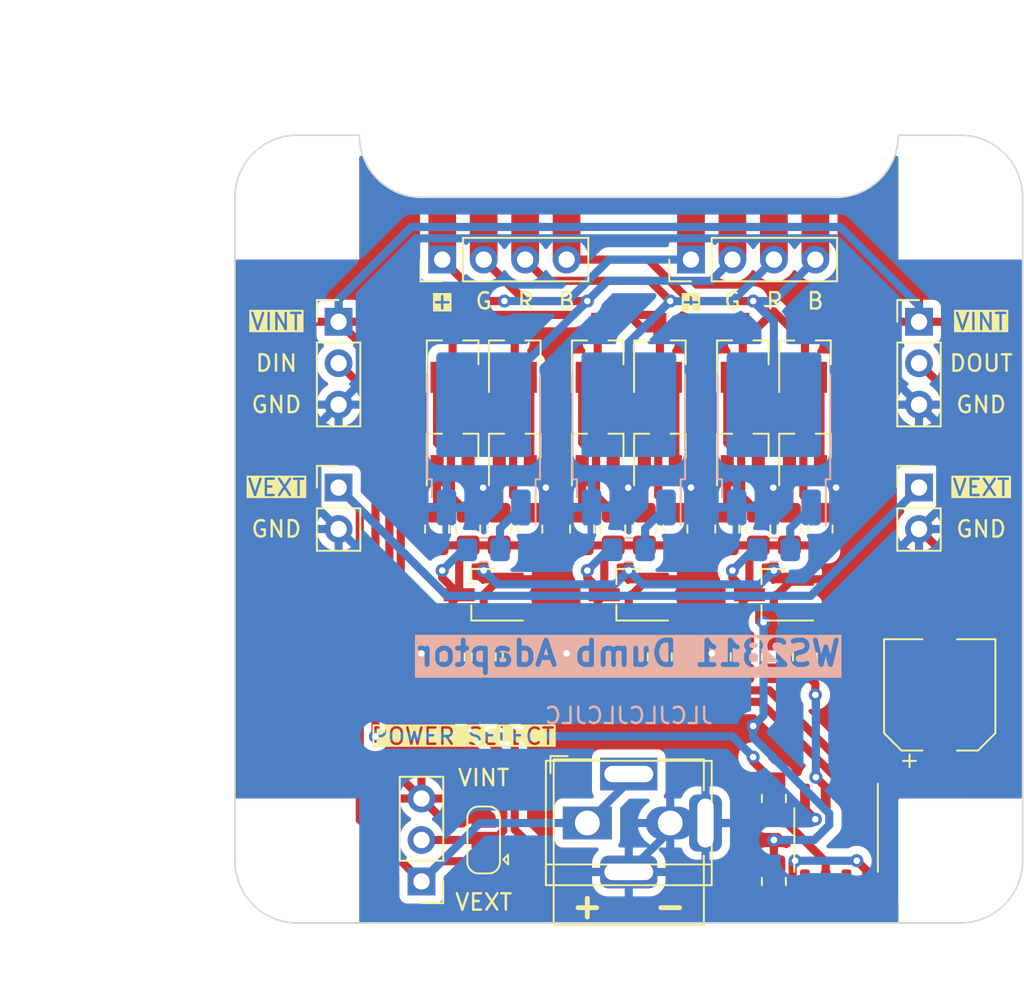
<source format=kicad_pcb>
(kicad_pcb (version 20221018) (generator pcbnew)
  (layers (0 "F.Cu" signal) (31 "B.Cu" signal) (34 "B.Paste" user) (35 "F.Paste" user) (36 "B.SilkS" user "B.Silkscreen") (37 "F.SilkS" user "F.Silkscreen") (38 "B.Mask" user) (39 "F.Mask" user) (44 "Edge.Cuts" user))
  (net 0 "")
  (net 1 "/VDD")
  (net 2 "GND")
  (net 3 "VCC")
  (net 4 "/DIN")
  (net 5 "/DOUT")
  (net 6 "/VSTRIP")
  (net 7 "Net-(Q1-G)")
  (net 8 "/OUTR")
  (net 9 "/OUTG")
  (net 10 "/OUTB")
  (net 11 "Net-(Q4-C)")
  (net 12 "Net-(U1-DIN)")
  (net 14 "Net-(Q8-G)")
  (net 15 "Net-(Q9-G)")
  (net 16 "Net-(Q10-G)")
  (net 17 "Net-(Q11-G)")
  (net 18 "Net-(Q12-G)")
  (net 19 "/STRIPR")
  (net 20 "/STRIPG")
  (net 21 "/STRIPB")
  (net 22 "Net-(Q13-G)")
  (net 23 "Net-(Q14-G)")
  (net 24 "Net-(Q15-G)")
  (net 25 "Net-(Q3-G)")
  (net 26 "Net-(Q7-G)")
  (net 27 "Net-(Q2-G)")
  (net 28 "Net-(Q4-B)")
  (net 29 "Net-(Q5-B)")
  (net 30 "Net-(Q5-C)")
  (net 31 "Net-(Q6-B)")
  (net 32 "Net-(Q6-C)")
  (net 33 "Net-(Q16-G)")
  (net 34 "Net-(Q17-G)")
  (net 35 "Net-(Q18-G)")
  (net 36 "Net-(#FLG03-pwr)")
  (footprint "Resistor_SMD:R_0805_2012Metric_Pad1.20x1.40mm_HandSolder" (layer "F.Cu") (at 71.755 90.3845 90)
    (fp_text reference "R17" hide)
    (fp_text value "1000R" hide)
  )
  (footprint "Connector_PinHeader_2.54mm:PinHeader_1x02_P2.54mm_Vertical" (layer "F.Cu") (at 87.63 80.01)
    (fp_text reference "J6" hide)
    (fp_text value "Conn_01x02" hide)
  )
  (footprint "Resistor_SMD:R_0805_2012Metric_Pad1.20x1.40mm_HandSolder" (layer "F.Cu") (at 68.8975 82.55 90)
    (fp_text reference "R18" hide)
    (fp_text value "1000R" hide)
  )
  (footprint "Connector_BarrelJack:BarrelJack_Horizontal" (layer "F.Cu") (at 69.85 97.56 90)
    (fp_text reference "J8" hide)
    (fp_text value "Barrel_Jack_Switch" hide)
  )
  (footprint "Package_TO_SOT_SMD:SOT-23_Handsoldering" (layer "F.Cu") (at 62.865 71.755 90)
    (fp_text reference "Q10" hide)
    (fp_text value "2N7002K" hide)
  )
  (footprint "Resistor_SMD:R_0805_2012Metric_Pad1.20x1.40mm_HandSolder" (layer "F.Cu") (at 72.7075 82.55 90)
    (fp_text reference "R21" hide)
    (fp_text value "1000R" hide)
  )
  (footprint "Custom:PinHeader_1x04_P2.54mm_Vertical_or_Horizontal" (layer "F.Cu") (at 58.42 66.04 90)
    (fp_text reference "J2" hide)
    (fp_text value "Conn_01x04" hide)
  )
  (footprint "Resistor_SMD:R_0805_2012Metric_Pad1.20x1.40mm_HandSolder" (layer "F.Cu") (at 81.5975 82.55 90)
    (fp_text reference "R29" hide)
    (fp_text value "1000R" hide)
  )
  (footprint "Resistor_SMD:R_0805_2012Metric_Pad1.20x1.40mm_HandSolder" (layer "F.Cu") (at 78.74 90.3845 90)
    (fp_text reference "R8" hide)
    (fp_text value "10K" hide)
  )
  (footprint "TerminalBlock:TerminalBlock_bornier-2_P5.08mm" (layer "F.Cu") (at 67.31 100.56)
    (fp_text reference "J7" hide)
    (fp_text value "Screw_Terminal_01x02" hide)
  )
  (footprint "Package_TO_SOT_SMD:SOT-23_Handsoldering" (layer "F.Cu") (at 62.865 77.47 90)
    (fp_text reference "Q16" hide)
    (fp_text value "2N7002K" hide)
  )
  (footprint "Resistor_SMD:R_0805_2012Metric_Pad1.20x1.40mm_HandSolder" (layer "F.Cu") (at 58.1025 82.55 90)
    (fp_text reference "R22" hide)
    (fp_text value "1000R" hide)
  )
  (footprint "Resistor_SMD:R_0805_2012Metric_Pad1.20x1.40mm_HandSolder" (layer "F.Cu") (at 80.645 90.3845 90)
    (fp_text reference "R14" hide)
    (fp_text value "1000R" hide)
  )
  (footprint "Resistor_SMD:R_0805_2012Metric_Pad1.20x1.40mm_HandSolder" (layer "F.Cu") (at 66.9925 82.55 90)
    (fp_text reference "R19" hide)
    (fp_text value "1000R" hide)
  )
  (footprint "Resistor_SMD:R_0805_2012Metric_Pad1.20x1.40mm_HandSolder" (layer "F.Cu") (at 70.8025 82.55 90)
    (fp_text reference "R20" hide)
    (fp_text value "1000R" hide)
  )
  (footprint "Resistor_SMD:R_0805_2012Metric_Pad1.20x1.40mm_HandSolder" (layer "F.Cu") (at 60.0075 82.55 90)
    (fp_text reference "R23" hide)
    (fp_text value "1000R" hide)
  )
  (footprint "Package_TO_SOT_SMD:SOT-23_Handsoldering" (layer "F.Cu") (at 71.755 77.47 90)
    (fp_text reference "Q14" hide)
    (fp_text value "2N7002K" hide)
  )
  (footprint "Package_TO_SOT_SMD:SOT-23_Handsoldering" (layer "F.Cu") (at 67.945 71.755 90)
    (fp_text reference "Q7" hide)
    (fp_text value "2N7002K" hide)
  )
  (footprint "Resistor_SMD:R_0805_2012Metric_Pad1.20x1.40mm_HandSolder" (layer "F.Cu") (at 79.6925 82.55 90)
    (fp_text reference "R28" hide)
    (fp_text value "1000R" hide)
  )
  (footprint "Package_TO_SOT_SMD:SOT-23_Handsoldering" (layer "F.Cu") (at 69.85 86.5745 180)
    (fp_text reference "Q6" hide)
    (fp_text value "2TY" hide)
  )
  (footprint "Package_TO_SOT_SMD:SOT-23_Handsoldering" (layer "F.Cu") (at 80.645 77.47 90)
    (fp_text reference "Q18" hide)
    (fp_text value "2N7002K" hide)
  )
  (footprint "Resistor_SMD:R_0805_2012Metric_Pad1.20x1.40mm_HandSolder" (layer "F.Cu") (at 67.945 90.3845 90)
    (fp_text reference "R12" hide)
    (fp_text value "10K" hide)
  )
  (footprint "MountingHole:MountingHole_3.2mm_M3" (layer "F.Cu") (at 90.17 62.23)
    (fp_text reference "REF**" hide)
    (fp_text value "MountingHole_3.2mm_M3" hide)
  )
  (footprint "Resistor_SMD:R_0805_2012Metric_Pad1.20x1.40mm_HandSolder" (layer "F.Cu") (at 76.835 90.3845 90)
    (fp_text reference "R9" hide)
    (fp_text value "10K" hide)
  )
  (footprint "Resistor_SMD:R_0805_2012Metric_Pad1.20x1.40mm_HandSolder" (layer "F.Cu") (at 60.96 90.3845 90)
    (fp_text reference "R15" hide)
    (fp_text value "10K" hide)
  )
  (footprint "Jumper:SolderJumper-3_P1.3mm_Open_RoundedPad1.0x1.5mm" (layer "F.Cu") (at 60.96 101.6 90)
    (fp_text reference "JP5" hide)
    (fp_text value "SolderJumper_3_Open" hide)
  )
  (footprint "MountingHole:MountingHole_3.2mm_M3" (layer "F.Cu") (at 90.17 102.87)
    (fp_text reference "REF**" hide)
    (fp_text value "MountingHole_3.2mm_M3" hide)
  )
  (footprint "Connector_PinHeader_2.54mm:PinHeader_1x03_P2.54mm_Vertical" (layer "F.Cu") (at 87.63 69.85)
    (fp_text reference "J4" hide)
    (fp_text value "Conn_01x03" hide)
  )
  (footprint "Resistor_SMD:R_0805_2012Metric_Pad1.20x1.40mm_HandSolder" (layer "F.Cu") (at 77.7875 82.55 90)
    (fp_text reference "R26" hide)
    (fp_text value "1000R" hide)
  )
  (footprint "Connector_PinHeader_2.54mm:PinHeader_1x03_P2.54mm_Vertical" (layer "F.Cu") (at 57.15 104.14 180)
    (fp_text reference "JP4" hide)
    (fp_text value "Jumper_3_Open" hide)
  )
  (footprint "Resistor_SMD:R_0805_2012Metric_Pad1.20x1.40mm_HandSolder" (layer "F.Cu") (at 78.739999 104.139999 90)
    (fp_text reference "R13" hide)
    (fp_text value "100R" hide)
  )
  (footprint "Resistor_SMD:R_0805_2012Metric_Pad1.20x1.40mm_HandSolder" (layer "F.Cu") (at 59.055 90.3845 90)
    (fp_text reference "R16" hide)
    (fp_text value "10K" hide)
  )
  (footprint "Package_TO_SOT_SMD:SOT-23_Handsoldering" (layer "F.Cu") (at 59.055 71.755 90)
    (fp_text reference "Q9" hide)
    (fp_text value "2N7002K" hide)
  )
  (footprint "Resistor_SMD:R_0805_2012Metric_Pad1.20x1.40mm_HandSolder" (layer "F.Cu") (at 78.74 99.06 90)
    (fp_text reference "R7" hide)
    (fp_text value "33R" hide)
  )
  (footprint "Resistor_SMD:R_0805_2012Metric_Pad1.20x1.40mm_HandSolder" (layer "F.Cu") (at 63.8175 82.55 90)
    (fp_text reference "R25" hide)
    (fp_text value "1000R" hide)
  )
  (footprint "Package_TO_SOT_SMD:SOT-23_Handsoldering" (layer "F.Cu") (at 67.945 77.47 90)
    (fp_text reference "Q13" hide)
    (fp_text value "2N7002K" hide)
  )
  (footprint "MountingHole:MountingHole_3.2mm_M3" (layer "F.Cu") (at 49.53 102.87)
    (fp_text reference "REF**" hide)
    (fp_text value "MountingHole_3.2mm_M3" hide)
  )
  (footprint "Capacitor_SMD:CP_Elec_6.3x5.4" (layer "F.Cu") (at 88.9 92.71 90)
    (fp_text reference "C1" hide)
    (fp_text value "100uF" hide)
  )
  (footprint "Resistor_SMD:R_0805_2012Metric_Pad1.20x1.40mm_HandSolder" (layer "F.Cu") (at 62.865 90.3845 90)
    (fp_text reference "R10" hide)
    (fp_text value "1000R" hide)
  )
  (footprint "Package_TO_SOT_SMD:SOT-23_Handsoldering" (layer "F.Cu") (at 80.645 71.755 90)
    (fp_text reference "Q12" hide)
    (fp_text value "2N7002K" hide)
  )
  (footprint "Package_TO_SOT_SMD:SOT-23_Handsoldering" (layer "F.Cu") (at 60.96 86.5745 180)
    (fp_text reference "Q5" hide)
    (fp_text value "2TY" hide)
  )
  (footprint "Package_TO_SOT_SMD:SOT-23_Handsoldering" (layer "F.Cu") (at 71.755 71.755 90)
    (fp_text reference "Q8" hide)
    (fp_text value "2N7002K" hide)
  )
  (footprint "Package_TO_SOT_SMD:SOT-23_Handsoldering" (layer "F.Cu") (at 76.835 77.47 90)
    (fp_text reference "Q17" hide)
    (fp_text value "2N7002K" hide)
  )
  (footprint "Resistor_SMD:R_0805_2012Metric_Pad1.20x1.40mm_HandSolder" (layer "F.Cu") (at 69.85 90.3845 90)
    (fp_text reference "R11" hide)
    (fp_text value "10K" hide)
  )
  (footprint "Connector_PinHeader_2.54mm:PinHeader_1x02_P2.54mm_Vertical" (layer "F.Cu") (at 52.07 80.01)
    (fp_text reference "J5" hide)
    (fp_text value "Conn_01x02" hide)
  )
  (footprint "Resistor_SMD:R_0805_2012Metric_Pad1.20x1.40mm_HandSolder" (layer "F.Cu") (at 75.8825 82.55 90)
    (fp_text reference "R27" hide)
    (fp_text value "1000R" hide)
  )
  (footprint "Resistor_SMD:R_0805_2012Metric_Pad1.20x1.40mm_HandSolder" (layer "F.Cu") (at 61.9125 82.55 90)
    (fp_text reference "R24" hide)
    (fp_text value "1000R" hide)
  )
  (footprint "Package_SO:SOP-8_3.9x4.9mm_P1.27mm" (layer "F.Cu") (at 82.55 101.6 -90)
    (fp_text reference "U1" hide)
    (fp_text value "~" hide)
  )
  (footprint "Connector_PinHeader_2.54mm:PinHeader_1x03_P2.54mm_Vertical" (layer "F.Cu") (at 52.07 69.85)
    (fp_text reference "J3" hide)
    (fp_text value "Conn_01x03" hide)
  )
  (footprint "Package_TO_SOT_SMD:SOT-23_Handsoldering" (layer "F.Cu") (at 78.74 86.5745 180)
    (fp_text reference "Q4" hide)
    (fp_text value "2TY" hide)
  )
  (footprint "Custom:PinHeader_1x04_P2.54mm_Vertical_or_Horizontal" (layer "F.Cu") (at 73.66 66.04 90)
    (fp_text reference "J1" hide)
    (fp_text value "Conn_01x04" hide)
  )
  (footprint "Package_TO_SOT_SMD:SOT-23_Handsoldering" (layer "F.Cu") (at 76.835 71.755 90)
    (fp_text reference "Q11" hide)
    (fp_text value "2N7002K" hide)
  )
  (footprint "Package_TO_SOT_SMD:SOT-23_Handsoldering" (layer "F.Cu") (at 59.055 77.47 90)
    (fp_text reference "Q15" hide)
    (fp_text value "2N7002K" hide)
  )
  (footprint "MountingHole:MountingHole_3.2mm_M3" (layer "F.Cu") (at 49.53 62.23)
    (fp_text reference "REF**" hide)
    (fp_text value "MountingHole_3.2mm_M3" hide)
  )
  (footprint "Resistor_SMD:R_0805_2012Metric_Pad1.20x1.40mm_HandSolder" (layer "B.Cu") (at 78.74 83.82)
    (fp_text reference "R4" hide)
    (fp_text value "1000R" hide)
  )
  (footprint "Package_TO_SOT_SMD:TO-252-2" (layer "B.Cu") (at 78.74 76.19 90)
    (fp_text reference "Q1" hide)
    (fp_text value "N-CHANNEL POWER MOSFET" hide)
  )
  (footprint "Package_TO_SOT_SMD:TO-252-2" (layer "B.Cu") (at 69.85 76.19 90)
    (fp_text reference "Q3" hide)
    (fp_text value "N-CHANNEL POWER MOSFET" hide)
  )
  (footprint "Resistor_SMD:R_0805_2012Metric_Pad1.20x1.40mm_HandSolder" (layer "B.Cu") (at 60.96 83.82)
    (fp_text reference "R5" hide)
    (fp_text value "1000R" hide)
  )
  (footprint "Resistor_SMD:R_0805_2012Metric_Pad1.20x1.40mm_HandSolder" (layer "B.Cu") (at 69.85 83.82)
    (fp_text reference "R6" hide)
    (fp_text value "1000R" hide)
  )
  (footprint "Package_TO_SOT_SMD:TO-252-2" (layer "B.Cu") (at 60.96 76.19 90)
    (fp_text reference "Q2" hide)
    (fp_text value "N-CHANNEL POWER MOSFET" hide)
  )
  (gr_arc (start 57.15 62.23) (mid 54.455923 61.114077) (end 53.34 58.42) (stroke (width 0.1)) (layer "Edge.Cuts"))
  (gr_arc (start 90.17 58.42) (mid 92.864077 59.535923) (end 93.98 62.23) (stroke (width 0.1)) (layer "Edge.Cuts"))
  (gr_line (start 57.15 62.23) (end 82.55 62.23) (stroke (width 0.1)) (layer "Edge.Cuts"))
  (gr_arc (start 45.72 62.23) (mid 46.835923 59.535923) (end 49.53 58.42) (stroke (width 0.1)) (layer "Edge.Cuts"))
  (gr_arc (start 86.36 58.42) (mid 85.244077 61.114077) (end 82.55 62.23) (stroke (width 0.1)) (layer "Edge.Cuts"))
  (gr_line (start 93.98 62.23) (end 93.98 102.87) (stroke (width 0.1)) (layer "Edge.Cuts"))
  (gr_line (start 49.53 58.42) (end 53.34 58.42) (stroke (width 0.1)) (layer "Edge.Cuts"))
  (gr_line (start 45.72 102.87) (end 45.72 62.23) (stroke (width 0.1)) (layer "Edge.Cuts"))
  (gr_arc (start 93.98 102.87) (mid 92.864077 105.564077) (end 90.17 106.68) (stroke (width 0.1)) (layer "Edge.Cuts"))
  (gr_arc (start 49.53 106.68) (mid 46.835923 105.564077) (end 45.72 102.87) (stroke (width 0.1)) (layer "Edge.Cuts"))
  (gr_line (start 86.36 58.42) (end 90.17 58.42) (stroke (width 0.1)) (layer "Edge.Cuts"))
  (gr_line (start 90.17 106.68) (end 49.53 106.68) (stroke (width 0.1)) (layer "Edge.Cuts"))
  (gr_text "JLCJLCJLCJLC" (at 69.85 93.98) (layer "B.SilkS") (effects (font (size 1 1)) (justify mirror)))
  (gr_text "WS2811 Dumb Adaptor" (at 69.85 90.17) (layer "B.SilkS" knockout) (effects (font (size 1.5 1.5) (thickness 0.3)) (justify mirror)))
  (gr_text "GND" (at 48.26 74.93) (layer "F.SilkS") (effects (font (size 1 1))))
  (gr_text "GND" (at 91.44 82.55) (layer "F.SilkS") (effects (font (size 1 1))))
  (gr_text "R" (at 78.78 68.58) (layer "F.SilkS") (effects (font (size 1 1))))
  (gr_text "VEXT" (at 91.44 80.01) (layer "F.SilkS" knockout) (effects (font (size 1 1))))
  (gr_text "+" (at 73.66 68.58) (layer "F.SilkS" knockout) (effects (font (size 1 1))))
  (gr_text "+" (at 58.42 68.58) (layer "F.SilkS" knockout) (effects (font (size 1 1))))
  (gr_text "B" (at 66.04 68.58) (layer "F.SilkS") (effects (font (size 1 1))))
  (gr_text "DOUT" (at 91.44 72.39) (layer "F.SilkS") (effects (font (size 1 1))))
  (gr_text "VEXT" (at 60.96 105.41) (layer "F.SilkS") (effects (font (size 1 1))))
  (gr_text "VINT" (at 60.959997 97.79) (layer "F.SilkS") (effects (font (size 1 1))))
  (gr_text "GND" (at 91.44 74.93) (layer "F.SilkS") (effects (font (size 1 1))))
  (gr_text "GND" (at 48.26 82.55) (layer "F.SilkS") (effects (font (size 1 1))))
  (gr_text "VINT" (at 48.26 69.85) (layer "F.SilkS" knockout) (effects (font (size 1 1))))
  (gr_text "DIN" (at 48.26 72.39) (layer "F.SilkS") (effects (font (size 1 1))))
  (gr_text "B" (at 81.28 68.58) (layer "F.SilkS") (effects (font (size 1 1))))
  (gr_text "-" (at 72.39 105.64) (layer "F.SilkS") (effects (font (size 1.5 1.5) (thickness 0.3) bold)))
  (gr_text "VINT" (at 91.44 69.85) (layer "F.SilkS" knockout) (effects (font (size 1 1))))
  (gr_text "R" (at 63.54 68.58) (layer "F.SilkS") (effects (font (size 1 1))))
  (gr_text "POWER SELECT" (at 59.69 95.25) (layer "F.SilkS" knockout) (effects (font (size 1 1))))
  (gr_text "VEXT" (at 48.26 80.01) (layer "F.SilkS" knockout) (effects (font (size 1 1))))
  (gr_text "+" (at 67.309999 105.64) (layer "F.SilkS") (effects (font (size 1.5 1.5) (thickness 0.3) bold)))
  (gr_text "G" (at 60.96 68.58) (layer "F.SilkS") (effects (font (size 1 1))))
  (gr_text "G" (at 76.2 68.58) (layer "F.SilkS") (effects (font (size 1 1))))
  (segment (start 61.4945 85.6245) (end 60.96 85.09) (width 0.5) (layer "F.Cu") (net 1))
  (segment (start 69.85 86.7745) (end 71 85.6245) (width 0.5) (layer "F.Cu") (net 1))
  (segment (start 70.3845 85.6245) (end 69.85 85.09) (width 0.5) (layer "F.Cu") (net 1))
  (segment (start 79.89 85.6245) (end 80.24 85.6245) (width 0.5) (layer "F.Cu") (net 1))
  (segment (start 60.96 86.5745) (end 61.91 85.6245) (width 0.5) (layer "F.Cu") (net 1))
  (segment (start 62.46 85.6245) (end 61.4945 85.6245) (width 0.5) (layer "F.Cu") (net 1))
  (segment (start 71.35 85.6245) (end 70.3845 85.6245) (width 0.5) (layer "F.Cu") (net 1))
  (segment (start 60.96 100.3) (end 58.39 100.3) (width 0.5) (layer "F.Cu") (net 1))
  (segment (start 78.74 101.6) (end 78.74 103.139998) (width 0.5) (layer "F.Cu") (net 1))
  (segment (start 57.15 99.06) (end 55.18 97.09) (width 0.5) (layer "F.Cu") (net 1))
  (segment (start 71 85.6245) (end 71.35 85.6245) (width 0.5) (layer "F.Cu") (net 1))
  (segment (start 78.74 89.3845) (end 78.74 86.7745) (width 0.5) (layer "F.Cu") (net 1))
  (segment (start 55.18 72.96) (end 52.07 69.85) (width 0.5) (layer "F.Cu") (net 1))
  (segment (start 55.18 97.09) (end 55.18 72.96) (width 0.5) (layer "F.Cu") (net 1))
  (segment (start 78.74 89.3845) (end 78.74 88.9) (width 0.5) (layer "F.Cu") (net 1))
  (segment (start 78.74 86.7745) (end 79.89 85.6245) (width 0.5) (layer "F.Cu") (net 1))
  (segment (start 79.2745 85.6245) (end 78.74 85.09) (width 0.5) (layer "F.Cu") (net 1))
  (segment (start 78.74 88.9) (end 78.105 88.265) (width 0.5) (layer "F.Cu") (net 1))
  (segment (start 78.74 103.139998) (end 78.739999 103.139999) (width 0.5) (layer "F.Cu") (net 1))
  (segment (start 69.85 89.3845) (end 69.85 86.7745) (width 0.5) (layer "F.Cu") (net 1))
  (segment (start 61.91 85.6245) (end 62.46 85.6245) (width 0.5) (layer "F.Cu") (net 1))
  (segment (start 80.24 85.6245) (end 79.2745 85.6245) (width 0.5) (layer "F.Cu") (net 1))
  (segment (start 60.96 89.3845) (end 60.96 86.5745) (width 0.5) (layer "F.Cu") (net 1))
  (segment (start 58.39 100.3) (end 57.15 99.06) (width 0.5) (layer "F.Cu") (net 1))
  (via (at 69.85 85.09) (size 0.8) (drill 0.4) (layers "F.Cu" "B.Cu") (net 1))
  (via (at 60.96 85.09) (size 0.8) (drill 0.4) (layers "F.Cu" "B.Cu") (net 1))
  (via (at 77.47 94.615) (size 0.8) (drill 0.4) (layers "F.Cu" "B.Cu") (net 1))
  (via (at 78.74 101.6) (size 0.8) (drill 0.4) (layers "F.Cu" "B.Cu") (net 1))
  (via (at 78.74 85.09) (size 0.8) (drill 0.4) (layers "F.Cu" "B.Cu") (net 1))
  (via (at 78.105 88.265) (size 0.8) (drill 0.4) (layers "F.Cu" "B.Cu") (net 1))
  (segment (start 78.105 93.98) (end 77.47 94.615) (width 0.5) (layer "B.Cu") (net 1))
  (segment (start 52.07 68.5) (end 56.53 64.04) (width 0.5) (layer "B.Cu") (net 1))
  (segment (start 82.80995 64.04) (end 87.63 68.86005) (width 0.5) (layer "B.Cu") (net 1))
  (segment (start 77.47 94.615) (end 77.47 95.317918) (width 0.5) (layer "B.Cu") (net 1))
  (segment (start 69.85 85.09) (end 69 85.94) (width 0.5) (layer "B.Cu") (net 1))
  (segment (start 77.47 95.317918) (end 82.13 99.977918) (width 0.5) (layer "B.Cu") (net 1))
  (segment (start 56.53 64.04) (end 82.80995 64.04) (width 0.5) (layer "B.Cu") (net 1))
  (segment (start 82.13 99.977918) (end 82.13 100.682082) (width 0.5) (layer "B.Cu") (net 1))
  (segment (start 78.74 85.09) (end 77.89 85.94) (width 0.5) (layer "B.Cu") (net 1))
  (segment (start 81.212082 101.6) (end 78.74 101.6) (width 0.5) (layer "B.Cu") (net 1))
  (segment (start 77.89 85.94) (end 70.7 85.94) (width 0.5) (layer "B.Cu") (net 1))
  (segment (start 52.07 69.85) (end 52.07 68.5) (width 0.5) (layer "B.Cu") (net 1))
  (segment (start 61.81 85.94) (end 60.96 85.09) (width 0.5) (layer "B.Cu") (net 1))
  (segment (start 87.63 68.86005) (end 87.63 69.85) (width 0.5) (layer "B.Cu") (net 1))
  (segment (start 82.13 100.682082) (end 81.212082 101.6) (width 0.5) (layer "B.Cu") (net 1))
  (segment (start 78.105 88.265) (end 78.105 93.98) (width 0.5) (layer "B.Cu") (net 1))
  (segment (start 70.7 85.94) (end 69.85 85.09) (width 0.5) (layer "B.Cu") (net 1))
  (segment (start 69 85.94) (end 61.81 85.94) (width 0.5) (layer "B.Cu") (net 1))
  (segment (start 62.86 100.96) (end 62.86 95.1895) (width 0.5) (layer "F.Cu") (net 2))
  (segment (start 60.005 78.97) (end 60.005 73.255) (width 0.5) (layer "F.Cu") (net 2))
  (segment (start 77.785 78.97) (end 77.785 73.255) (width 0.5) (layer "F.Cu") (net 2))
  (segment (start 78.703228 79.888228) (end 77.785 78.97) (width 0.5) (layer "F.Cu") (net 2))
  (segment (start 69.813228 80.015963) (end 69.813228 79.888228) (width 0.5) (layer "F.Cu") (net 2))
  (segment (start 69.813228 79.888228) (end 68.895 78.97) (width 0.5) (layer "F.Cu") (net 2))
  (segment (start 60.923228 80.015963) (end 60.923228 79.888228) (width 0.5) (layer "F.Cu") (net 2))
  (segment (start 68.895 73.255) (end 68.895 78.97) (width 0.5) (layer "F.Cu") (net 2))
  (segment (start 72.705 73.255) (end 72.705 78.97) (width 0.5) (layer "F.Cu") (net 2))
  (segment (start 69.85 103.56) (end 65.46 103.56) (width 0.5) (layer "F.Cu") (net 2))
  (segment (start 62.86 95.1895) (end 59.055 91.3845) (width 0.5) (layer "F.Cu") (net 2))
  (segment (start 88.9 83.82) (end 87.63 82.55) (width 0.5) (layer "F.Cu") (net 2))
  (segment (start 81.28 100.33) (end 80.645 99.695) (width 0.5) (layer "F.Cu") (net 2))
  (segment (start 74.93 90.17) (end 75.6205 90.17) (width 0.5) (layer "F.Cu") (net 2))
  (segment (start 63.815 78.97) (end 63.815 79.055) (width 0.5) (layer "F.Cu") (net 2))
  (segment (start 63.815 79.055) (end 64.77 80.01) (width 0.5) (layer "F.Cu") (net 2))
  (segment (start 58.3645 91.3845) (end 57.15 90.17) (width 0.5) (layer "F.Cu") (net 2))
  (segment (start 81.595 78.97) (end 81.595 73.255) (width 0.5) (layer "F.Cu") (net 2))
  (segment (start 59.055 91.3845) (end 58.3645 91.3845) (width 0.5) (layer "F.Cu") (net 2))
  (segment (start 66.04 90.17) (end 66.7305 90.17) (width 0.5) (layer "F.Cu") (net 2))
  (segment (start 78.703228 80.015963) (end 78.703228 79.888228) (width 0.5) (layer "F.Cu") (net 2))
  (segment (start 63.815 78.97) (end 63.815 73.255) (width 0.5) (layer "F.Cu") (net 2))
  (segment (start 72.705 79.055) (end 73.66 80.01) (width 0.5) (layer "F.Cu") (net 2))
  (segment (start 60.923228 79.888228) (end 60.005 78.97) (width 0.5) (layer "F.Cu") (net 2))
  (segment (start 80.645 99.695) (end 80.645 98.975) (width 0.5) (layer "F.Cu") (net 2))
  (segment (start 81.595 79.055) (end 82.55 80.01) (width 0.5) (layer "F.Cu") (net 2))
  (segment (start 75.6205 90.17) (end 76.835 91.3845) (width 0.5) (layer "F.Cu") (net 2))
  (segment (start 66.7305 90.17) (end 67.945 91.3845) (width 0.5) (layer "F.Cu") (net 2))
  (segment (start 65.46 103.56) (end 62.86 100.96) (width 0.5) (layer "F.Cu") (net 2))
  (segment (start 88.9 89.91) (end 88.9 83.82) (width 0.5) (layer "F.Cu") (net 2))
  (segment (start 72.705 78.97) (end 72.705 79.055) (width 0.5) (layer "F.Cu") (net 2))
  (segment (start 81.595 78.97) (end 81.595 79.055) (width 0.5) (layer "F.Cu") (net 2))
  (via (at 74.93 90.17) (size 0.8) (drill 0.4) (layers "F.Cu" "B.Cu") (net 2))
  (via (at 82.55 80.01) (size 0.8) (drill 0.4) (layers "F.Cu" "B.Cu") (net 2))
  (via (at 78.703228 80.015963) (size 0.8) (drill 0.4) (layers "F.Cu" "B.Cu") (net 2))
  (via (at 66.04 90.17) (size 0.8) (drill 0.4) (layers "F.Cu" "B.Cu") (net 2))
  (via (at 64.77 80.01) (size 0.8) (drill 0.4) (layers "F.Cu" "B.Cu") (net 2))
  (via (at 57.15 90.17) (size 0.8) (drill 0.4) (layers "F.Cu" "B.Cu") (net 2))
  (via (at 69.813228 80.015963) (size 0.8) (drill 0.4) (layers "F.Cu" "B.Cu") (net 2))
  (via (at 60.923228 80.015963) (size 0.8) (drill 0.4) (layers "F.Cu" "B.Cu") (net 2))
  (via (at 81.28 100.33) (size 0.8) (drill 0.4) (layers "F.Cu" "B.Cu") (net 2))
  (via (at 73.66 80.01) (size 0.8) (drill 0.4) (layers "F.Cu" "B.Cu") (net 2))
  (segment (start 57.15 90.17) (end 66.04 90.17) (width 0.5) (layer "B.Cu") (net 2))
  (segment (start 82.55 80.01) (end 82.22 79.68) (width 0.5) (layer "B.Cu") (net 2))
  (segment (start 59.709191 81.23) (end 60.923228 80.015963) (width 0.5) (layer "B.Cu") (net 2))
  (segment (start 53.37 68.18995) (end 56.81995 64.74) (width 0.5) (layer "B.Cu") (net 2))
  (segment (start 64.77 80.01) (end 64.44 79.68) (width 0.5) (layer "B.Cu") (net 2))
  (segment (start 82.52 64.74) (end 86.33 68.55) (width 0.5) (layer "B.Cu") (net 2))
  (segment (start 79.039191 79.68) (end 78.703228 80.015963) (width 0.5) (layer "B.Cu") (net 2))
  (segment (start 61.259191 79.68) (end 60.923228 80.015963) (width 0.5) (layer "B.Cu") (net 2))
  (segment (start 72.39 101.02) (end 69.85 103.56) (width 0.5) (layer "B.Cu") (net 2))
  (segment (start 50.77 81.25) (end 52.07 82.55) (width 0.5) (layer "B.Cu") (net 2))
  (segment (start 73.33 79.68) (end 70.149191 79.68) (width 0.5) (layer "B.Cu") (net 2))
  (segment (start 67.57 81.23) (end 68.599191 81.23) (width 0.5) (layer "B.Cu") (net 2))
  (segment (start 56.86 87.34) (end 82.84 87.34) (width 0.5) (layer "B.Cu") (net 2))
  (segment (start 52.07 74.93) (end 53.37 73.63) (width 0.5) (layer "B.Cu") (net 2))
  (segment (start 77.489191 81.23) (end 78.703228 80.015963) (width 0.5) (layer "B.Cu") (net 2))
  (segment (start 74.55 100.56) (end 72.39 100.56) (width 0.5) (layer "B.Cu") (net 2))
  (segment (start 82.84 87.34) (end 87.63 82.55) (width 0.5) (layer "B.Cu") (net 2))
  (segment (start 73.66 80.01) (end 73.33 79.68) (width 0.5) (layer "B.Cu") (net 2))
  (segment (start 53.37 73.63) (end 53.37 68.18995) (width 0.5) (layer "B.Cu") (net 2))
  (segment (start 66.04 90.17) (end 74.93 90.17) (width 0.5) (layer "B.Cu") (net 2))
  (segment (start 86.33 73.63) (end 87.63 74.93) (width 0.5) (layer "B.Cu") (net 2))
  (segment (start 58.68 81.23) (end 59.709191 81.23) (width 0.5) (layer "B.Cu") (net 2))
  (segment (start 88.93 76.23) (end 88.93 81.25) (width 0.5) (layer "B.Cu") (net 2))
  (segment (start 52.07 74.93) (end 50.77 76.23) (width 0.5) (layer "B.Cu") (net 2))
  (segment (start 74.55 100.56) (end 81.05 100.56) (width 0.5) (layer "B.Cu") (net 2))
  (segment (start 56.81995 64.74) (end 82.52 64.74) (width 0.5) (layer "B.Cu") (net 2))
  (segment (start 64.44 79.68) (end 61.259191 79.68) (width 0.5) (layer "B.Cu") (net 2))
  (segment (start 68.599191 81.23) (end 69.813228 80.015963) (width 0.5) (layer "B.Cu") (net 2))
  (segment (start 50.77 76.23) (end 50.77 81.25) (width 0.5) (layer "B.Cu") (net 2))
  (segment (start 82.22 79.68) (end 79.039191 79.68) (width 0.5) (layer "B.Cu") (net 2))
  (segment (start 72.39 100.56) (end 72.39 101.02) (width 0.5) (layer "B.Cu") (net 2))
  (segment (start 87.63 74.93) (end 88.93 76.23) (width 0.5) (layer "B.Cu") (net 2))
  (segment (start 88.93 81.25) (end 87.63 82.55) (width 0.5) (layer "B.Cu") (net 2))
  (segment (start 70.149191 79.68) (end 69.813228 80.015963) (width 0.5) (layer "B.Cu") (net 2))
  (segment (start 81.05 100.56) (end 81.28 100.33) (width 0.5) (layer "B.Cu") (net 2))
  (segment (start 76.46 81.23) (end 77.489191 81.23) (width 0.5) (layer "B.Cu") (net 2))
  (segment (start 52.07 82.55) (end 56.86 87.34) (width 0.5) (layer "B.Cu") (net 2))
  (segment (start 86.33 68.55) (end 86.33 73.63) (width 0.5) (layer "B.Cu") (net 2))
  (segment (start 58.39 102.9) (end 57.15 104.14) (width 0.5) (layer "F.Cu") (net 3))
  (segment (start 53.37 100.36) (end 57.15 104.14) (width 0.5) (layer "F.Cu") (net 3))
  (segment (start 53.37 81.31) (end 53.37 100.36) (width 0.5) (layer "F.Cu") (net 3))
  (segment (start 60.96 102.9) (end 58.39 102.9) (width 0.5) (layer "F.Cu") (net 3))
  (segment (start 52.07 80.01) (end 53.37 81.31) (width 0.5) (layer "F.Cu") (net 3))
  (segment (start 67.31 100.56) (end 60.73 100.56) (width 0.5) (layer "B.Cu") (net 3))
  (segment (start 81 86.64) (end 87.63 80.01) (width 0.5) (layer "B.Cu") (net 3))
  (segment (start 60.73 100.56) (end 57.15 104.14) (width 0.5) (layer "B.Cu") (net 3))
  (segment (start 58.7 86.64) (end 81 86.64) (width 0.5) (layer "B.Cu") (net 3))
  (segment (start 69.85 98.02) (end 67.31 100.56) (width 0.5) (layer "B.Cu") (net 3))
  (segment (start 69.85 97.56) (end 69.85 98.02) (width 0.5) (layer "B.Cu") (net 3))
  (segment (start 52.07 80.01) (end 58.7 86.64) (width 0.5) (layer "B.Cu") (net 3))
  (segment (start 77.47 96.79) (end 78.74 98.06) (width 0.5) (layer "F.Cu") (net 4))
  (segment (start 52.07 72.39) (end 54.3305 74.6505) (width 0.5) (layer "F.Cu") (net 4))
  (segment (start 77.47 96.52) (end 77.47 96.79) (width 0.5) (layer "F.Cu") (net 4))
  (segment (start 54.3305 74.6505) (end 54.3305 95.25) (width 0.5) (layer "F.Cu") (net 4))
  (via (at 54.3305 95.25) (size 0.8) (drill 0.4) (layers "F.Cu" "B.Cu") (net 4))
  (via (at 77.47 96.52) (size 0.8) (drill 0.4) (layers "F.Cu" "B.Cu") (net 4))
  (segment (start 54.3305 95.25) (end 76.2 95.25) (width 0.5) (layer "B.Cu") (net 4))
  (segment (start 76.2 95.25) (end 77.47 96.52) (width 0.5) (layer "B.Cu") (net 4))
  (segment (start 85.946472 104.407056) (end 85.946472 99.193478) (width 0.5) (layer "F.Cu") (net 5))
  (segment (start 81.516472 105.5) (end 84.853528 105.5) (width 0.5) (layer "F.Cu") (net 5))
  (segment (start 85.946472 99.193478) (end 86.854975 98.284975) (width 0.5) (layer "F.Cu") (net 5))
  (segment (start 86.854975 98.284975) (end 89.675025 98.284975) (width 0.5) (layer "F.Cu") (net 5))
  (segment (start 89.675025 98.284975) (end 90.15 97.81) (width 0.5) (layer "F.Cu") (net 5))
  (segment (start 90.15 74.91) (end 87.63 72.39) (width 0.5) (layer "F.Cu") (net 5))
  (segment (start 84.853528 105.5) (end 85.946472 104.407056) (width 0.5) (layer "F.Cu") (net 5))
  (segment (start 80.645 104.225) (end 80.645 104.628528) (width 0.5) (layer "F.Cu") (net 5))
  (segment (start 90.15 97.81) (end 90.15 74.91) (width 0.5) (layer "F.Cu") (net 5))
  (segment (start 80.645 104.628528) (end 81.516472 105.5) (width 0.5) (layer "F.Cu") (net 5))
  (segment (start 55.88 71.18) (end 58.48 68.58) (width 0.5) (layer "F.Cu") (net 6))
  (segment (start 60.96 101.6) (end 57.15 101.6) (width 0.5) (layer "F.Cu") (net 6))
  (segment (start 62.16 101.036396) (end 62.16 96.382082) (width 0.5) (layer "F.Cu") (net 6))
  (segment (start 58.48 68.58) (end 62.23 68.58) (width 0.5) (layer "F.Cu") (net 6))
  (segment (start 60.96 101.6) (end 61.596396 101.6) (width 0.5) (layer "F.Cu") (net 6))
  (segment (start 58.42 66.04) (end 60.96 68.58) (width 0.5) (layer "F.Cu") (net 6))
  (segment (start 55.88 90.102082) (end 55.88 71.18) (width 0.5) (layer "F.Cu") (net 6))
  (segment (start 60.96 68.58) (end 62.23 68.58) (width 0.5) (layer "F.Cu") (net 6))
  (segment (start 61.596396 101.6) (end 62.16 101.036396) (width 0.5) (layer "F.Cu") (net 6))
  (segment (start 62.16 96.382082) (end 55.88 90.102082) (width 0.5) (layer "F.Cu") (net 6))
  (via (at 62.23 68.58) (size 0.8) (drill 0.4) (layers "F.Cu" "B.Cu") (net 6))
  (segment (start 73.66 66.04) (end 68.647918 66.04) (width 0.5) (layer "B.Cu") (net 6))
  (segment (start 66.107918 68.58) (end 62.23 68.58) (width 0.5) (layer "B.Cu") (net 6))
  (segment (start 68.647918 66.04) (end 66.107918 68.58) (width 0.5) (layer "B.Cu") (net 6))
  (segment (start 79.74 83.82) (end 79.74 82.51) (width 0.5) (layer "B.Cu") (net 7))
  (segment (start 79.74 82.51) (end 81.02 81.23) (width 0.5) (layer "B.Cu") (net 7))
  (segment (start 78.4645 92.4345) (end 72.805 92.4345) (width 0.5) (layer "F.Cu") (net 8))
  (segment (start 84.455 98.425) (end 78.4645 92.4345) (width 0.5) (layer "F.Cu") (net 8))
  (segment (start 72.805 92.4345) (end 71.755 91.3845) (width 0.5) (layer "F.Cu") (net 8))
  (segment (start 69.85 91.3845) (end 71.755 91.3845) (width 0.5) (layer "F.Cu") (net 8))
  (segment (start 84.455 98.975) (end 84.455 98.425) (width 0.5) (layer "F.Cu") (net 8))
  (segment (start 83.185 98.975) (end 83.185 98.425) (width 0.5) (layer "F.Cu") (net 9))
  (segment (start 60.96 91.3845) (end 62.865 91.3845) (width 0.5) (layer "F.Cu") (net 9))
  (segment (start 77.8945 93.1345) (end 64.615 93.1345) (width 0.5) (layer "F.Cu") (net 9))
  (segment (start 64.615 93.1345) (end 62.865 91.3845) (width 0.5) (layer "F.Cu") (net 9))
  (segment (start 83.185 98.425) (end 77.8945 93.1345) (width 0.5) (layer "F.Cu") (net 9))
  (segment (start 81.28 92.0195) (end 80.645 91.3845) (width 0.5) (layer "F.Cu") (net 10))
  (segment (start 81.28 92.71) (end 81.28 92.0195) (width 0.5) (layer "F.Cu") (net 10))
  (segment (start 81.915 98.360381) (end 81.311498 97.756879) (width 0.5) (layer "F.Cu") (net 10))
  (segment (start 81.915 98.975) (end 81.915 98.360381) (width 0.5) (layer "F.Cu") (net 10))
  (segment (start 78.74 91.3845) (end 80.645 91.3845) (width 0.5) (layer "F.Cu") (net 10))
  (via (at 81.28 92.71) (size 0.8) (drill 0.4) (layers "F.Cu" "B.Cu") (net 10))
  (via (at 81.311498 97.756879) (size 0.8) (drill 0.4) (layers "F.Cu" "B.Cu") (net 10))
  (segment (start 81.311498 92.741498) (end 81.311498 97.756879) (width 0.5) (layer "B.Cu") (net 10))
  (segment (start 81.28 92.71) (end 81.311498 92.741498) (width 0.5) (layer "B.Cu") (net 10))
  (segment (start 76.835 89.3845) (end 76.835 86.9795) (width 0.5) (layer "F.Cu") (net 11))
  (segment (start 76.2 85.5345) (end 77.24 86.5745) (width 0.5) (layer "F.Cu") (net 11))
  (segment (start 79.6925 83.55) (end 81.5975 83.55) (width 0.5) (layer "F.Cu") (net 11))
  (segment (start 77.24 84.0975) (end 77.7875 83.55) (width 0.5) (layer "F.Cu") (net 11))
  (segment (start 76.835 86.9795) (end 77.24 86.5745) (width 0.5) (layer "F.Cu") (net 11))
  (segment (start 76.2 85.09) (end 76.2 85.5345) (width 0.5) (layer "F.Cu") (net 11))
  (segment (start 77.7875 83.55) (end 79.6925 83.55) (width 0.5) (layer "F.Cu") (net 11))
  (segment (start 77.24 86.5745) (end 77.24 84.0975) (width 0.5) (layer "F.Cu") (net 11))
  (segment (start 75.8825 83.55) (end 77.7875 83.55) (width 0.5) (layer "F.Cu") (net 11))
  (via (at 76.2 85.09) (size 0.8) (drill 0.4) (layers "F.Cu" "B.Cu") (net 11))
  (segment (start 77.47 83.82) (end 76.2 85.09) (width 0.5) (layer "B.Cu") (net 11))
  (segment (start 77.74 83.82) (end 77.47 83.82) (width 0.5) (layer "B.Cu") (net 11))
  (segment (start 81.915 104.225) (end 81.915 102.937918) (width 0.5) (layer "F.Cu") (net 12))
  (segment (start 79.037082 100.06) (end 78.74 100.06) (width 0.5) (layer "F.Cu") (net 12))
  (segment (start 81.915 102.937918) (end 79.037082 100.06) (width 0.5) (layer "F.Cu") (net 12))
  (segment (start 71.655 80.4975) (end 71.655 77.37) (width 0.5) (layer "F.Cu") (net 14))
  (segment (start 72.7075 81.55) (end 71.655 80.4975) (width 0.5) (layer "F.Cu") (net 14))
  (segment (start 70.805 77.27) (end 70.805 73.255) (width 0.5) (layer "F.Cu") (net 14))
  (segment (start 70.905 77.37) (end 70.805 77.27) (width 0.5) (layer "F.Cu") (net 14))
  (segment (start 71.655 77.37) (end 70.905 77.37) (width 0.5) (layer "F.Cu") (net 14))
  (segment (start 60.0075 81.55) (end 59.96 81.55) (width 0.5) (layer "F.Cu") (net 15))
  (segment (start 59.96 81.55) (end 58.955 80.545) (width 0.5) (layer "F.Cu") (net 15))
  (segment (start 58.105 77.27) (end 58.105 73.255) (width 0.5) (layer "F.Cu") (net 15))
  (segment (start 58.205 77.37) (end 58.105 77.27) (width 0.5) (layer "F.Cu") (net 15))
  (segment (start 58.955 77.57) (end 58.755 77.37) (width 0.5) (layer "F.Cu") (net 15))
  (segment (start 58.955 80.545) (end 58.955 77.57) (width 0.5) (layer "F.Cu") (net 15))
  (segment (start 58.755 77.37) (end 58.205 77.37) (width 0.5) (layer "F.Cu") (net 15))
  (segment (start 61.915 77.27) (end 61.915 73.255) (width 0.5) (layer "F.Cu") (net 16))
  (segment (start 62.765 77.57) (end 62.565 77.37) (width 0.5) (layer "F.Cu") (net 16))
  (segment (start 62.015 77.37) (end 61.915 77.27) (width 0.5) (layer "F.Cu") (net 16))
  (segment (start 62.765 80.4975) (end 62.765 77.57) (width 0.5) (layer "F.Cu") (net 16))
  (segment (start 63.8175 81.55) (end 62.765 80.4975) (width 0.5) (layer "F.Cu") (net 16))
  (segment (start 62.565 77.37) (end 62.015 77.37) (width 0.5) (layer "F.Cu") (net 16))
  (segment (start 76.185 77.57) (end 75.885 77.27) (width 0.5) (layer "F.Cu") (net 17))
  (segment (start 77.7875 81.55) (end 76.735 80.4975) (width 0.5) (layer "F.Cu") (net 17))
  (segment (start 75.885 77.27) (end 75.885 73.255) (width 0.5) (layer "F.Cu") (net 17))
  (segment (start 76.735 80.4975) (end 76.735 77.57) (width 0.5) (layer "F.Cu") (net 17))
  (segment (start 76.735 77.57) (end 76.185 77.57) (width 0.5) (layer "F.Cu") (net 17))
  (segment (start 79.695 77.27) (end 79.695 73.255) (width 0.5) (layer "F.Cu") (net 18))
  (segment (start 79.995 77.57) (end 79.695 77.27) (width 0.5) (layer "F.Cu") (net 18))
  (segment (start 80.545 80.4975) (end 80.545 77.57) (width 0.5) (layer "F.Cu") (net 18))
  (segment (start 80.545 77.57) (end 79.995 77.57) (width 0.5) (layer "F.Cu") (net 18))
  (segment (start 81.5975 81.55) (end 80.545 80.4975) (width 0.5) (layer "F.Cu") (net 18))
  (segment (start 71.755 70.255) (end 70.6755 70.255) (width 0.5) (layer "F.Cu") (net 19))
  (segment (start 67.945 75.97) (end 67.945 70.255) (width 0.5) (layer "F.Cu") (net 19))
  (segment (start 69.0245 70.255) (end 69.85 69.4295) (width 0.5) (layer "F.Cu") (net 19))
  (segment (start 69.85 69.4295) (end 71.5405 69.4295) (width 0.5) (layer "F.Cu") (net 19))
  (segment (start 71.15 67.34) (end 72.39 68.58) (width 0.5) (layer "F.Cu") (net 19))
  (segment (start 70.6755 70.255) (end 69.85 69.4295) (width 0.5) (layer "F.Cu") (net 19))
  (segment (start 67.945 70.255) (end 69.0245 70.255) (width 0.5) (layer "F.Cu") (net 19))
  (segment (start 64.8 67.34) (end 71.15 67.34) (width 0.5) (layer "F.Cu") (net 19))
  (segment (start 71.755 75.97) (end 71.755 70.255) (width 0.5) (layer "F.Cu") (net 19))
  (segment (start 71.5405 69.4295) (end 72.39 68.58) (width 0.5) (layer "F.Cu") (net 19))
  (segment (start 63.5 66.04) (end 64.8 67.34) (width 0.5) (layer "F.Cu") (net 19))
  (via (at 72.39 68.58) (size 0.8) (drill 0.4) (layers "F.Cu" "B.Cu") (net 19))
  (segment (start 69.85 71.12) (end 72.39 68.58) (width 0.5) (layer "B.Cu") (net 19))
  (segment (start 69.85 74.93) (end 69.85 71.12) (width 0.5) (layer "B.Cu") (net 19))
  (segment (start 76.2 68.58) (end 72.39 68.58) (width 0.5) (layer "B.Cu") (net 19))
  (segment (start 78.74 66.04) (end 76.2 68.58) (width 0.5) (layer "B.Cu") (net 19))
  (segment (start 66.4605 69.4295) (end 67.31 68.58) (width 0.5) (layer "F.Cu") (net 20))
  (segment (start 59.055 70.255) (end 60.1345 70.255) (width 0.5) (layer "F.Cu") (net 20))
  (segment (start 61.7855 70.255) (end 60.96 69.4295) (width 0.5) (layer "F.Cu") (net 20))
  (segment (start 59.055 75.97) (end 59.055 70.255) (width 0.5) (layer "F.Cu") (net 20))
  (segment (start 62.865 75.97) (end 62.865 70.255) (width 0.5) (layer "F.Cu") (net 20))
  (segment (start 60.96 66.04) (end 63.5 68.58) (width 0.5) (layer "F.Cu") (net 20))
  (segment (start 62.865 70.255) (end 61.7855 70.255) (width 0.5) (layer "F.Cu") (net 20))
  (segment (start 63.5 68.58) (end 67.31 68.58) (width 0.5) (layer "F.Cu") (net 20))
  (segment (start 60.1345 70.255) (end 60.96 69.4295) (width 0.5) (layer "F.Cu") (net 20))
  (segment (start 60.96 69.4295) (end 66.4605 69.4295) (width 0.5) (layer "F.Cu") (net 20))
  (via (at 67.31 68.58) (size 0.8) (drill 0.4) (layers "F.Cu" "B.Cu") (net 20))
  (segment (start 68.55 67.34) (end 67.31 68.58) (width 0.5) (layer "B.Cu") (net 20))
  (segment (start 74.9 67.34) (end 68.55 67.34) (width 0.5) (layer "B.Cu") (net 20))
  (segment (start 60.96 74.93) (end 67.31 68.58) (width 0.5) (layer "B.Cu") (net 20))
  (segment (start 76.2 66.04) (end 74.9 67.34) (width 0.5) (layer "B.Cu") (net 20))
  (segment (start 60.96 73.66) (end 60.96 74.93) (width 0.5) (layer "B.Cu") (net 20))
  (segment (start 80.645 70.255) (end 79.78 70.255) (width 0.5) (layer "F.Cu") (net 21))
  (segment (start 73.592082 68.58) (end 77.47 68.58) (width 0.5) (layer "F.Cu") (net 21))
  (segment (start 79.78 70.255) (end 78.74 69.215) (width 0.5) (layer "F.Cu") (net 21))
  (segment (start 80.645 75.97) (end 80.645 70.255) (width 0.5) (layer "F.Cu") (net 21))
  (segment (start 77.7 70.255) (end 78.74 69.215) (width 0.5) (layer "F.Cu") (net 21))
  (segment (start 66.04 66.04) (end 71.052082 66.04) (width 0.5) (layer "F.Cu") (net 21))
  (segment (start 76.835 75.97) (end 76.835 70.255) (width 0.5) (layer "F.Cu") (net 21))
  (segment (start 78.74 69.215) (end 78.105 69.215) (width 0.5) (layer "F.Cu") (net 21))
  (segment (start 78.105 69.215) (end 77.47 68.58) (width 0.5) (layer "F.Cu") (net 21))
  (segment (start 71.052082 66.04) (end 73.592082 68.58) (width 0.5) (layer "F.Cu") (net 21))
  (segment (start 76.835 70.255) (end 77.7 70.255) (width 0.5) (layer "F.Cu") (net 21))
  (via (at 77.47 68.58) (size 0.8) (drill 0.4) (layers "F.Cu" "B.Cu") (net 21))
  (segment (start 78.74 74.93) (end 78.74 69.85) (width 0.5) (layer "B.Cu") (net 21))
  (segment (start 78.74 69.85) (end 77.47 68.58) (width 0.5) (layer "B.Cu") (net 21))
  (segment (start 81.28 66.04) (end 78.74 68.58) (width 0.5) (layer "B.Cu") (net 21))
  (segment (start 78.74 68.58) (end 77.47 68.58) (width 0.5) (layer "B.Cu") (net 21))
  (segment (start 66.9925 81.55) (end 66.9925 78.9725) (width 0.5) (layer "F.Cu") (net 22))
  (segment (start 66.9925 78.9725) (end 66.995 78.97) (width 0.5) (layer "F.Cu") (net 22))
  (segment (start 70.8025 78.9725) (end 70.805 78.97) (width 0.5) (layer "F.Cu") (net 23))
  (segment (start 70.8025 81.55) (end 70.8025 78.9725) (width 0.5) (layer "F.Cu") (net 23))
  (segment (start 58.1025 81.55) (end 58.1025 78.9725) (width 0.5) (layer "F.Cu") (net 24))
  (segment (start 58.1025 78.9725) (end 58.105 78.97) (width 0.5) (layer "F.Cu") (net 24))
  (segment (start 70.85 83.82) (end 70.85 82.51) (width 0.5) (layer "B.Cu") (net 25))
  (segment (start 70.85 82.51) (end 72.13 81.23) (width 0.5) (layer "B.Cu") (net 25))
  (segment (start 67.095 77.37) (end 66.995 77.27) (width 0.5) (layer "F.Cu") (net 26))
  (segment (start 67.845 77.37) (end 67.095 77.37) (width 0.5) (layer "F.Cu") (net 26))
  (segment (start 67.845 80.4975) (end 67.845 77.37) (width 0.5) (layer "F.Cu") (net 26))
  (segment (start 66.995 77.27) (end 66.995 73.255) (width 0.5) (layer "F.Cu") (net 26))
  (segment (start 68.8975 81.55) (end 67.845 80.4975) (width 0.5) (layer "F.Cu") (net 26))
  (segment (start 61.96 83.82) (end 61.96 82.51) (width 0.5) (layer "B.Cu") (net 27))
  (segment (start 61.96 82.51) (end 63.24 81.23) (width 0.5) (layer "B.Cu") (net 27))
  (segment (start 80.645 89.3845) (end 80.645 87.9295) (width 0.5) (layer "F.Cu") (net 28))
  (segment (start 80.645 87.9295) (end 80.24 87.5245) (width 0.5) (layer "F.Cu") (net 28))
  (segment (start 62.865 89.3845) (end 62.865 87.9295) (width 0.5) (layer "F.Cu") (net 29))
  (segment (start 62.865 87.9295) (end 62.46 87.5245) (width 0.5) (layer "F.Cu") (net 29))
  (segment (start 61.9125 83.55) (end 63.8175 83.55) (width 0.5) (layer "F.Cu") (net 30))
  (segment (start 59.055 86.9795) (end 59.46 86.5745) (width 0.5) (layer "F.Cu") (net 30))
  (segment (start 59.46 86.5745) (end 59.46 84.0975) (width 0.5) (layer "F.Cu") (net 30))
  (segment (start 58.1025 83.55) (end 60.0075 83.55) (width 0.5) (layer "F.Cu") (net 30))
  (segment (start 60.0075 83.55) (end 61.9125 83.55) (width 0.5) (layer "F.Cu") (net 30))
  (segment (start 58.42 85.09) (end 58.42 85.5345) (width 0.5) (layer "F.Cu") (net 30))
  (segment (start 59.055 89.3845) (end 59.055 86.9795) (width 0.5) (layer "F.Cu") (net 30))
  (segment (start 58.42 85.5345) (end 59.46 86.5745) (width 0.5) (layer "F.Cu") (net 30))
  (segment (start 59.46 84.0975) (end 60.0075 83.55) (width 0.5) (layer "F.Cu") (net 30))
  (via (at 58.42 85.09) (size 0.8) (drill 0.4) (layers "F.Cu" "B.Cu") (net 30))
  (segment (start 59.96 83.82) (end 59.69 83.82) (width 0.5) (layer "B.Cu") (net 30))
  (segment (start 59.69 83.82) (end 58.42 85.09) (width 0.5) (layer "B.Cu") (net 30))
  (segment (start 71.755 87.9295) (end 71.35 87.5245) (width 0.5) (layer "F.Cu") (net 31))
  (segment (start 71.755 89.3845) (end 71.755 87.9295) (width 0.5) (layer "F.Cu") (net 31))
  (segment (start 67.31 85.09) (end 67.31 85.5345) (width 0.5) (layer "F.Cu") (net 32))
  (segment (start 67.31 85.5345) (end 68.35 86.5745) (width 0.5) (layer "F.Cu") (net 32))
  (segment (start 68.8975 83.55) (end 66.9925 83.55) (width 0.5) (layer "F.Cu") (net 32))
  (segment (start 72.7075 83.55) (end 70.8025 83.55) (width 0.5) (layer "F.Cu") (net 32))
  (segment (start 70.8025 83.55) (end 68.8975 83.55) (width 0.5) (layer "F.Cu") (net 32))
  (segment (start 67.945 86.9795) (end 68.35 86.5745) (width 0.5) (layer "F.Cu") (net 32))
  (segment (start 68.35 84.0975) (end 68.8975 83.55) (width 0.5) (layer "F.Cu") (net 32))
  (segment (start 67.945 89.3845) (end 67.945 86.9795) (width 0.5) (layer "F.Cu") (net 32))
  (segment (start 68.35 86.5745) (end 68.35 84.0975) (width 0.5) (layer "F.Cu") (net 32))
  (via (at 67.31 85.09) (size 0.8) (drill 0.4) (layers "F.Cu" "B.Cu") (net 32))
  (segment (start 68.58 83.82) (end 67.31 85.09) (width 0.5) (layer "B.Cu") (net 32))
  (segment (start 68.85 83.82) (end 68.58 83.82) (width 0.5) (layer "B.Cu") (net 32))
  (segment (start 61.9125 78.9725) (end 61.915 78.97) (width 0.5) (layer "F.Cu") (net 33))
  (segment (start 61.9125 81.55) (end 61.9125 78.9725) (width 0.5) (layer "F.Cu") (net 33))
  (segment (start 75.8825 78.9725) (end 75.885 78.97) (width 0.5) (layer "F.Cu") (net 34))
  (segment (start 75.8825 81.55) (end 75.8825 78.9725) (width 0.5) (layer "F.Cu") (net 34))
  (segment (start 79.6925 78.9725) (end 79.695 78.97) (width 0.5) (layer "F.Cu") (net 35))
  (segment (start 79.6925 81.55) (end 79.6925 78.9725) (width 0.5) (layer "F.Cu") (net 35))
  (segment (start 88.9 95.51) (end 88.64 95.51) (width 0.5) (layer "F.Cu") (net 36))
  (segment (start 83.82 102.87) (end 84.455 103.505) (width 0.5) (layer "F.Cu") (net 36))
  (segment (start 85.205 99.06) (end 85.246472 99.101472) (width 0.5) (layer "F.Cu") (net 36))
  (segment (start 79.889999 103.989999) (end 79.889999 103.0195) (width 0.5) (layer "F.Cu") (net 36))
  (segment (start 88.64 95.51) (end 85.205 98.945) (width 0.5) (layer "F.Cu") (net 36))
  (segment (start 84.455 103.505) (end 84.455 104.225) (width 0.5) (layer "F.Cu") (net 36))
  (segment (start 85.205 98.945) (end 85.205 99.06) (width 0.5) (layer "F.Cu") (net 36))
  (segment (start 79.889999 103.0195) (end 80.039499 102.87) (width 0.5) (layer "F.Cu") (net 36))
  (segment (start 85.246472 99.101472) (end 85.246472 103.433528) (width 0.5) (layer "F.Cu") (net 36))
  (segment (start 78.739999 105.139999) (end 79.889999 103.989999) (width 0.5) (layer "F.Cu") (net 36))
  (segment (start 85.246472 103.433528) (end 84.455 104.225) (width 0.5) (layer "F.Cu") (net 36))
  (via (at 80.039499 102.87) (size 0.8) (drill 0.4) (layers "F.Cu" "B.Cu") (net 36))
  (via (at 83.82 102.87) (size 0.8) (drill 0.4) (layers "F.Cu" "B.Cu") (net 36))
  (segment (start 80.039499 102.87) (end 83.82 102.87) (width 0.5) (layer "B.Cu") (net 36))
  (zone (net 1) (net_name "/VDD") (layer "F.Cu") (connect_pads (clearance 0.508)) (min_thickness 0.25) (fill yes (thermal_gap 0.5) (thermal_bridge_width 0.5))
    (polygon (pts (xy 45.72 99.06) (xy 45.72 66.04) (xy 53.34 66.04) (xy 53.34 58.42) (xy 86.36 58.42) (xy 86.36 66.04) (xy 93.98 66.04) (xy 93.98 99.06) (xy 86.36 99.06) (xy 86.36 106.68) (xy 53.34 106.68) (xy 53.34 99.06)))
  )
  (zone (net 2) (net_name "GND") (layer "B.Cu") (priority 1) (connect_pads (clearance 0.508)) (min_thickness 0.25) (fill yes (thermal_gap 0.5) (thermal_bridge_width 0.5))
    (polygon (pts (xy 45.72 99.06) (xy 45.72 66.04) (xy 53.34 66.04) (xy 53.34 58.42) (xy 86.36 58.42) (xy 86.36 66.04) (xy 93.98 66.04) (xy 93.98 99.06) (xy 86.36 99.06) (xy 86.36 106.68) (xy 53.34 106.68) (xy 53.34 99.06)))
  )
)
</source>
